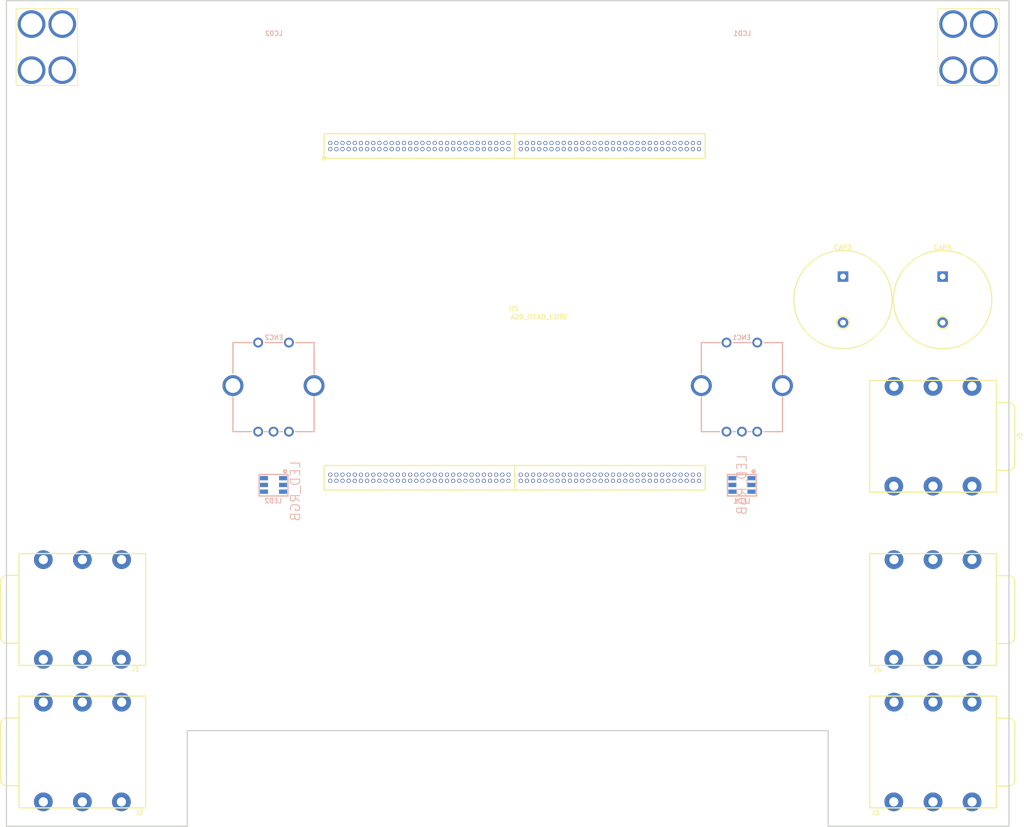
<source format=kicad_pcb>
(kicad_pcb (version 3) (host pcbnew "(2014-03-19 BZR 4756)-product")

  (general
    (links 56)
    (no_connects 56)
    (area 95.368199 50.699999 316.906601 259.1412)
    (thickness 1.6)
    (drawings 8)
    (tracks 0)
    (zones 0)
    (modules 16)
    (nets 75)
  )

  (page A3)
  (layers
    (15 F.Cu signal)
    (0 B.Cu signal)
    (16 B.Adhes user)
    (17 F.Adhes user)
    (18 B.Paste user)
    (19 F.Paste user)
    (20 B.SilkS user)
    (21 F.SilkS user)
    (22 B.Mask user)
    (23 F.Mask user)
    (24 Dwgs.User user)
    (25 Cmts.User user)
    (26 Eco1.User user)
    (27 Eco2.User user)
    (28 Edge.Cuts user)
  )

  (setup
    (last_trace_width 0.1016)
    (user_trace_width 0.1016)
    (user_trace_width 0.1524)
    (user_trace_width 0.254)
    (user_trace_width 0.3048)
    (user_trace_width 0.381)
    (user_trace_width 0.508)
    (user_trace_width 0.635)
    (user_trace_width 0.762)
    (user_trace_width 0.889)
    (user_trace_width 1.016)
    (user_trace_width 1.27)
    (user_trace_width 1.524)
    (trace_clearance 0.1016)
    (zone_clearance 0.4064)
    (zone_45_only no)
    (trace_min 0.1016)
    (segment_width 0.127)
    (edge_width 0.2)
    (via_size 0.889)
    (via_drill 0.635)
    (via_min_size 0.3048)
    (via_min_drill 0.2032)
    (user_via 0.3048 0.2032)
    (user_via 0.508 0.3048)
    (user_via 0.635 0.381)
    (user_via 1.016 0.381)
    (user_via 1.27 0.381)
    (uvia_size 0.508)
    (uvia_drill 0.127)
    (uvias_allowed no)
    (uvia_min_size 0.508)
    (uvia_min_drill 0.127)
    (pcb_text_width 0.3)
    (pcb_text_size 1.5 1.5)
    (mod_edge_width 0.2)
    (mod_text_size 0.762 0.762)
    (mod_text_width 0.1524)
    (pad_size 0.6096 0.6858)
    (pad_drill 0)
    (pad_to_mask_clearance 0)
    (aux_axis_origin 96.52 50.8)
    (visible_elements 7FFFF3FF)
    (pcbplotparams
      (layerselection 284950528)
      (usegerberextensions true)
      (excludeedgelayer true)
      (linewidth 0.150000)
      (plotframeref false)
      (viasonmask false)
      (mode 1)
      (useauxorigin true)
      (hpglpennumber 1)
      (hpglpenspeed 20)
      (hpglpendiameter 15)
      (hpglpenoverlay 2)
      (psnegative false)
      (psa4output false)
      (plotreference true)
      (plotvalue true)
      (plotothertext true)
      (plotinvisibletext false)
      (padsonsilk false)
      (subtractmaskfromsilk false)
      (outputformat 1)
      (mirror false)
      (drillshape 0)
      (scaleselection 1)
      (outputdirectory Gerber/Gerber/))
  )

  (net 0 "")
  (net 1 +3.3V)
  (net 2 +5V)
  (net 3 AGND)
  (net 4 AUDIO_CLK_EN)
  (net 5 CODEC_INT)
  (net 6 CODEC_MUTEC)
  (net 7 CODEC_OVFL)
  (net 8 CODEC_RST)
  (net 9 CODEC_SCL)
  (net 10 CODEC_SDA)
  (net 11 DTR1_HOST_FIRMWARE)
  (net 12 ENCA_A)
  (net 13 ENCA_B)
  (net 14 ENCA_BT)
  (net 15 ENCB_A)
  (net 16 ENCB_B)
  (net 17 ENCB_BT)
  (net 18 I2S_LRCK)
  (net 19 I2S_SCLK)
  (net 20 I2S_SDIN)
  (net 21 I2S_SDOUT)
  (net 22 IN_A)
  (net 23 IN_B)
  (net 24 N-00000130)
  (net 25 N-00000142)
  (net 26 N-00000300)
  (net 27 N-00000304)
  (net 28 N-00000305)
  (net 29 N-00000306)
  (net 30 N-00000308)
  (net 31 N-00000309)
  (net 32 N-00000310)
  (net 33 N-00000311)
  (net 34 N-00000312)
  (net 35 N-00000313)
  (net 36 N-00000314)
  (net 37 N-00000315)
  (net 38 N-00000316)
  (net 39 N-00000317)
  (net 40 N-00000319)
  (net 41 N-00000320)
  (net 42 N-00000321)
  (net 43 N-0000035)
  (net 44 N-0000036)
  (net 45 N-0000038)
  (net 46 N-0000040)
  (net 47 N-0000042)
  (net 48 N-0000044)
  (net 49 N-00000445)
  (net 50 N-00000446)
  (net 51 N-00000451)
  (net 52 N-00000452)
  (net 53 N-00000453)
  (net 54 N-0000046)
  (net 55 N-0000051)
  (net 56 RTS1_HOST_FIRMWARE)
  (net 57 RTS3_HOST_CHAIN)
  (net 58 RX0_HOST_CONSOLE)
  (net 59 RX1_HOST_FIRMWARE)
  (net 60 RX2_HOST_UI)
  (net 61 RX3_HOST_CHAIN)
  (net 62 RX4_HOST_MIDI)
  (net 63 TX0_HOST_CONSOLE)
  (net 64 TX1_HOST_FIRMWARE)
  (net 65 TX2_HOST_UI)
  (net 66 TX3_HOST_CHAIN)
  (net 67 TX4_HOST_MIDI)
  (net 68 USB0_DRV)
  (net 69 USB0_OTG_M)
  (net 70 USB0_OTG_P)
  (net 71 USB1_DRV)
  (net 72 USB1_HOST_M)
  (net 73 USB1_HOST_P)
  (net 74 VCC_AMP_AUDIO)

  (net_class Default "This is the default net class."
    (clearance 0.1016)
    (trace_width 0.1016)
    (via_dia 0.889)
    (via_drill 0.635)
    (uvia_dia 0.508)
    (uvia_drill 0.127)
    (add_net +3.3V)
    (add_net +5V)
    (add_net AGND)
    (add_net AUDIO_CLK_EN)
    (add_net CODEC_INT)
    (add_net CODEC_MUTEC)
    (add_net CODEC_OVFL)
    (add_net CODEC_RST)
    (add_net CODEC_SCL)
    (add_net CODEC_SDA)
    (add_net DTR1_HOST_FIRMWARE)
    (add_net ENCA_A)
    (add_net ENCA_B)
    (add_net ENCA_BT)
    (add_net ENCB_A)
    (add_net ENCB_B)
    (add_net ENCB_BT)
    (add_net I2S_LRCK)
    (add_net I2S_SCLK)
    (add_net I2S_SDIN)
    (add_net I2S_SDOUT)
    (add_net IN_A)
    (add_net IN_B)
    (add_net N-00000130)
    (add_net N-00000142)
    (add_net N-00000300)
    (add_net N-00000304)
    (add_net N-00000305)
    (add_net N-00000306)
    (add_net N-00000308)
    (add_net N-00000309)
    (add_net N-00000310)
    (add_net N-00000311)
    (add_net N-00000312)
    (add_net N-00000313)
    (add_net N-00000314)
    (add_net N-00000315)
    (add_net N-00000316)
    (add_net N-00000317)
    (add_net N-00000319)
    (add_net N-00000320)
    (add_net N-00000321)
    (add_net N-0000035)
    (add_net N-0000036)
    (add_net N-0000038)
    (add_net N-0000040)
    (add_net N-0000042)
    (add_net N-0000044)
    (add_net N-00000445)
    (add_net N-00000446)
    (add_net N-00000451)
    (add_net N-00000452)
    (add_net N-00000453)
    (add_net N-0000046)
    (add_net N-0000051)
    (add_net RTS1_HOST_FIRMWARE)
    (add_net RTS3_HOST_CHAIN)
    (add_net RX0_HOST_CONSOLE)
    (add_net RX1_HOST_FIRMWARE)
    (add_net RX2_HOST_UI)
    (add_net RX3_HOST_CHAIN)
    (add_net RX4_HOST_MIDI)
    (add_net TX0_HOST_CONSOLE)
    (add_net TX1_HOST_FIRMWARE)
    (add_net TX2_HOST_UI)
    (add_net TX3_HOST_CHAIN)
    (add_net TX4_HOST_MIDI)
    (add_net USB0_DRV)
    (add_net USB0_OTG_M)
    (add_net USB0_OTG_P)
    (add_net USB1_DRV)
    (add_net USB1_HOST_M)
    (add_net USB1_HOST_P)
    (add_net VCC_AMP_AUDIO)
  )

  (module LED_CLRTB_GFSF_1 locked (layer B.Cu) (tedit 5341F1B4) (tstamp 533E6E85)
    (at 216.17 129.64 90)
    (path /531F6D38/531F920E)
    (attr smd)
    (fp_text reference LED1 (at -2.63906 -0.01524 180) (layer B.SilkS)
      (effects (font (size 0.762 0.762) (thickness 0.1524)) (justify mirror))
    )
    (fp_text value LED_RGB (at 0 0 90) (layer B.SilkS)
      (effects (font (thickness 0.15)) (justify mirror))
    )
    (fp_line (start -1.8 -2.35) (end 1.7 -2.35) (layer B.SilkS) (width 0.2))
    (fp_line (start -1.8 2.35) (end -1.8 -2.35) (layer B.SilkS) (width 0.2))
    (fp_line (start -1.8 2.35) (end 1.7 2.35) (layer B.SilkS) (width 0.2))
    (fp_line (start 1.7 -2.35) (end 1.7 2.35) (layer B.SilkS) (width 0.2))
    (fp_arc (start 2.2 1.89) (end 2.42361 1.89) (angle 0) (layer B.SilkS) (width 0.254))
    (pad 1 smd rect (at 1.1 1.55 90) (size 0.7 1.3) (layers B.Cu B.Paste B.Mask)
      (net 54 N-0000046))
    (pad 2 smd rect (at 0 1.55 90) (size 0.7 1.3) (layers B.Cu B.Paste B.Mask)
      (net 47 N-0000042))
    (pad 3 smd rect (at -1.1 1.55 90) (size 0.7 1.3) (layers B.Cu B.Paste B.Mask)
      (net 48 N-0000044))
    (pad 4 smd rect (at -1.1 -1.55 90) (size 0.7 1.3) (layers B.Cu B.Paste B.Mask)
      (net 1 +3.3V))
    (pad 5 smd rect (at 0 -1.55 90) (size 0.7 1.3) (layers B.Cu B.Paste B.Mask)
      (net 1 +3.3V))
    (pad 6 smd rect (at 1.1 -1.55 90) (size 0.7 1.3) (layers B.Cu B.Paste B.Mask)
      (net 1 +3.3V))
  )

  (module LED_CLRTB_GFSF_1 locked (layer B.Cu) (tedit 5341F1BC) (tstamp 533E6E94)
    (at 139.97 129.64 90)
    (path /531F6D38/531F9C35)
    (attr smd)
    (fp_text reference LED2 (at -2.58826 -0.04572 180) (layer B.SilkS)
      (effects (font (size 0.762 0.762) (thickness 0.1524)) (justify mirror))
    )
    (fp_text value LED_RGB (at -1.016 3.556 90) (layer B.SilkS)
      (effects (font (thickness 0.15)) (justify mirror))
    )
    (fp_line (start -1.8 -2.35) (end 1.7 -2.35) (layer B.SilkS) (width 0.2))
    (fp_line (start -1.8 2.35) (end -1.8 -2.35) (layer B.SilkS) (width 0.2))
    (fp_line (start -1.8 2.35) (end 1.7 2.35) (layer B.SilkS) (width 0.2))
    (fp_line (start 1.7 -2.35) (end 1.7 2.35) (layer B.SilkS) (width 0.2))
    (fp_arc (start 2.2 1.89) (end 2.42361 1.89) (angle 0) (layer B.SilkS) (width 0.254))
    (pad 1 smd rect (at 1.1 1.55 90) (size 0.7 1.3) (layers B.Cu B.Paste B.Mask)
      (net 46 N-0000040))
    (pad 2 smd rect (at 0 1.55 90) (size 0.7 1.3) (layers B.Cu B.Paste B.Mask)
      (net 44 N-0000036))
    (pad 3 smd rect (at -1.1 1.55 90) (size 0.7 1.3) (layers B.Cu B.Paste B.Mask)
      (net 45 N-0000038))
    (pad 4 smd rect (at -1.1 -1.55 90) (size 0.7 1.3) (layers B.Cu B.Paste B.Mask)
      (net 1 +3.3V))
    (pad 5 smd rect (at 0 -1.55 90) (size 0.7 1.3) (layers B.Cu B.Paste B.Mask)
      (net 1 +3.3V))
    (pad 6 smd rect (at 1.1 -1.55 90) (size 0.7 1.3) (layers B.Cu B.Paste B.Mask)
      (net 1 +3.3V))
  )

  (module ENCODER_PEC11_4KS1 locked (layer B.Cu) (tedit 5340CB71) (tstamp 533E6FFA)
    (at 216.17 113.47 180)
    (path /531F6D38/531FA8FC)
    (attr smd)
    (fp_text reference ENC1 (at 0.0508 7.8242 180) (layer B.SilkS)
      (effects (font (size 0.762 0.762) (thickness 0.1524)) (justify mirror))
    )
    (fp_text value ENCODER (at -0.03 -9.05 180) (layer B.SilkS) hide
      (effects (font (size 0.762 0.762) (thickness 0.1524)) (justify mirror))
    )
    (fp_line (start 3.5 7) (end 6.6 7) (layer B.SilkS) (width 0.2))
    (fp_line (start 6.6 7) (end 6.6 2) (layer B.SilkS) (width 0.2))
    (fp_line (start -1.5 7) (end 1.4 7) (layer B.SilkS) (width 0.2))
    (fp_line (start -6.6 1.9) (end -6.6 7) (layer B.SilkS) (width 0.2))
    (fp_line (start -6.6 7) (end -3.6 7) (layer B.SilkS) (width 0.2))
    (fp_line (start 6.6 -1.9) (end 6.6 -7.5) (layer B.SilkS) (width 0.2))
    (fp_line (start 6.6 -7.5) (end 3.6 -7.5) (layer B.SilkS) (width 0.2))
    (fp_line (start -6.6 -1.9) (end -6.6 -7.5) (layer B.SilkS) (width 0.2))
    (fp_line (start -6.6 -7.5) (end -3.6 -7.5) (layer B.SilkS) (width 0.2))
    (fp_line (start -1 -7.5) (end -1.5 -7.5) (layer B.SilkS) (width 0.2))
    (fp_line (start 1.5 -7.5) (end 1 -7.5) (layer B.SilkS) (width 0.2))
    (pad 3 thru_hole circle (at 2.498 -7.496 180) (size 1.6 1.6) (drill 1) (layers *.Cu *.Mask)
      (net 13 ENCA_B))
    (pad 5 thru_hole circle (at 2.498 7.004 180) (size 1.6 1.6) (drill 1) (layers *.Cu *.Mask)
      (net 14 ENCA_BT))
    (pad 1 thru_hole circle (at -2.502 -7.496 180) (size 1.6 1.6) (drill 1) (layers *.Cu *.Mask)
      (net 12 ENCA_A))
    (pad 4 thru_hole circle (at -2.502 7.004 180) (size 1.6 1.6) (drill 1) (layers *.Cu *.Mask)
      (net 3 AGND))
    (pad 2 thru_hole circle (at -0.002 -7.496 180) (size 1.6 1.6) (drill 1) (layers *.Cu *.Mask)
      (net 55 N-0000051))
    (pad 7 thru_hole circle (at 6.6 0 180) (size 3.4 3.4) (drill 2.4) (layers *.Cu *.Mask))
    (pad 6 thru_hole circle (at -6.6 0 180) (size 3.4 3.4) (drill 2.4) (layers *.Cu *.Mask))
  )

  (module ENCODER_PEC11_4KS1 locked (layer B.Cu) (tedit 5340CB76) (tstamp 533E6FE4)
    (at 139.97 113.47 180)
    (path /531F6D38/531FC6F6)
    (attr smd)
    (fp_text reference ENC2 (at -0.0692 7.8242 180) (layer B.SilkS)
      (effects (font (size 0.762 0.762) (thickness 0.1524)) (justify mirror))
    )
    (fp_text value ENCODER (at -0.03 -9.05 180) (layer B.SilkS) hide
      (effects (font (size 0.762 0.762) (thickness 0.1524)) (justify mirror))
    )
    (fp_line (start 3.5 7) (end 6.6 7) (layer B.SilkS) (width 0.2))
    (fp_line (start 6.6 7) (end 6.6 2) (layer B.SilkS) (width 0.2))
    (fp_line (start -1.5 7) (end 1.4 7) (layer B.SilkS) (width 0.2))
    (fp_line (start -6.6 1.9) (end -6.6 7) (layer B.SilkS) (width 0.2))
    (fp_line (start -6.6 7) (end -3.6 7) (layer B.SilkS) (width 0.2))
    (fp_line (start 6.6 -1.9) (end 6.6 -7.5) (layer B.SilkS) (width 0.2))
    (fp_line (start 6.6 -7.5) (end 3.6 -7.5) (layer B.SilkS) (width 0.2))
    (fp_line (start -6.6 -1.9) (end -6.6 -7.5) (layer B.SilkS) (width 0.2))
    (fp_line (start -6.6 -7.5) (end -3.6 -7.5) (layer B.SilkS) (width 0.2))
    (fp_line (start -1 -7.5) (end -1.5 -7.5) (layer B.SilkS) (width 0.2))
    (fp_line (start 1.5 -7.5) (end 1 -7.5) (layer B.SilkS) (width 0.2))
    (pad 3 thru_hole circle (at 2.498 -7.496 180) (size 1.6 1.6) (drill 1) (layers *.Cu *.Mask)
      (net 16 ENCB_B))
    (pad 5 thru_hole circle (at 2.498 7.004 180) (size 1.6 1.6) (drill 1) (layers *.Cu *.Mask)
      (net 17 ENCB_BT))
    (pad 1 thru_hole circle (at -2.502 -7.496 180) (size 1.6 1.6) (drill 1) (layers *.Cu *.Mask)
      (net 15 ENCB_A))
    (pad 4 thru_hole circle (at -2.502 7.004 180) (size 1.6 1.6) (drill 1) (layers *.Cu *.Mask)
      (net 3 AGND))
    (pad 2 thru_hole circle (at -0.002 -7.496 180) (size 1.6 1.6) (drill 1) (layers *.Cu *.Mask)
      (net 43 N-0000035))
    (pad 7 thru_hole circle (at 6.6 0 180) (size 3.4 3.4) (drill 2.4) (layers *.Cu *.Mask))
    (pad 6 thru_hole circle (at -6.6 0 180) (size 3.4 3.4) (drill 2.4) (layers *.Cu *.Mask))
  )

  (module JACK-NMJ6HCD2_1 locked (layer F.Cu) (tedit 536D02D7) (tstamp 533E4162)
    (at 247.27 149.92 270)
    (path /532B4CF2/533E3C43)
    (attr smd)
    (fp_text reference J4 (at 9.86536 9.06018 360) (layer F.SilkS)
      (effects (font (size 0.762 0.762) (thickness 0.1524)))
    )
    (fp_text value JACK_P10_TRS_6P (at 0.13 11.01 270) (layer F.SilkS) hide
      (effects (font (size 0.762 0.762) (thickness 0.1524)))
    )
    (fp_line (start -4.49 -13.3) (end 4.52 -13.3) (layer F.SilkS) (width 0.2))
    (fp_arc (start -4.5 -12.3) (end -5.5 -12.3) (angle 90) (layer F.SilkS) (width 0.2))
    (fp_arc (start 4.55 -12.3) (end 4.53 -13.3) (angle 90) (layer F.SilkS) (width 0.2))
    (fp_line (start 5.55 -10.3) (end 5.55 -12.3) (layer F.SilkS) (width 0.2))
    (fp_line (start -5.5 -12.3) (end -5.5 -10.3) (layer F.SilkS) (width 0.2))
    (fp_line (start -9.1 10.3) (end -9.1 -10.3) (layer F.SilkS) (width 0.2))
    (fp_line (start -9.1 -10.3) (end 9.1 -10.3) (layer F.SilkS) (width 0.2))
    (fp_line (start 9.1 -10.3) (end 9.1 10.3) (layer F.SilkS) (width 0.2))
    (fp_line (start 9.1 10.3) (end -9.1 10.3) (layer F.SilkS) (width 0.2))
    (pad 4 thru_hole circle (at 8.1153 0 270) (size 3.048 3.048) (drill 1.4986) (layers *.Cu *.Mask))
    (pad 6 thru_hole circle (at 8.1153 -6.35 270) (size 3.048 3.048) (drill 1.4986) (layers *.Cu *.Mask))
    (pad 2 thru_hole circle (at 8.1153 6.3881 270) (size 3.048 3.048) (drill 1.4986) (layers *.Cu *.Mask))
    (pad 3 thru_hole circle (at -8.1153 0 270) (size 3.048 3.048) (drill 1.4986) (layers *.Cu *.Mask)
      (net 3 AGND))
    (pad 5 thru_hole circle (at -8.1153 -6.35 270) (size 3.048 3.048) (drill 1.4986) (layers *.Cu *.Mask)
      (net 3 AGND))
    (pad 1 thru_hole circle (at -8.1153 6.35 270) (size 3.048 3.048) (drill 1.4986) (layers *.Cu *.Mask)
      (net 52 N-00000452))
  )

  (module JACK-NMJ6HCD2_1 locked (layer F.Cu) (tedit 537AE016) (tstamp 533E6F54)
    (at 247.27 173.12 270)
    (path /532B4CF2/536BB8EB)
    (attr smd)
    (fp_text reference J3 (at 9.87552 9.40562 360) (layer F.SilkS)
      (effects (font (size 0.762 0.762) (thickness 0.1524)))
    )
    (fp_text value JACK_P10_TRS_6P (at 0.13 11.01 270) (layer F.SilkS) hide
      (effects (font (size 0.762 0.762) (thickness 0.1524)))
    )
    (fp_line (start -4.49 -13.3) (end 4.52 -13.3) (layer F.SilkS) (width 0.2))
    (fp_arc (start -4.5 -12.3) (end -5.5 -12.3) (angle 90) (layer F.SilkS) (width 0.2))
    (fp_arc (start 4.55 -12.3) (end 4.53 -13.3) (angle 90) (layer F.SilkS) (width 0.2))
    (fp_line (start 5.55 -10.3) (end 5.55 -12.3) (layer F.SilkS) (width 0.2))
    (fp_line (start -5.5 -12.3) (end -5.5 -10.3) (layer F.SilkS) (width 0.2))
    (fp_line (start -9.1 10.3) (end -9.1 -10.3) (layer F.SilkS) (width 0.2))
    (fp_line (start -9.1 -10.3) (end 9.1 -10.3) (layer F.SilkS) (width 0.2))
    (fp_line (start 9.1 -10.3) (end 9.1 10.3) (layer F.SilkS) (width 0.2))
    (fp_line (start 9.1 10.3) (end -9.1 10.3) (layer F.SilkS) (width 0.2))
    (pad 4 thru_hole circle (at 8.1153 0 270) (size 3.048 3.048) (drill 1.4986) (layers *.Cu *.Mask))
    (pad 6 thru_hole circle (at 8.1153 -6.35 270) (size 3.048 3.048) (drill 1.4986) (layers *.Cu *.Mask))
    (pad 2 thru_hole circle (at 8.1153 6.3881 270) (size 3.048 3.048) (drill 1.4986) (layers *.Cu *.Mask))
    (pad 3 thru_hole circle (at -8.1153 0 270) (size 3.048 3.048) (drill 1.4986) (layers *.Cu *.Mask)
      (net 49 N-00000445))
    (pad 5 thru_hole circle (at -8.1153 -6.35 270) (size 3.048 3.048) (drill 1.4986) (layers *.Cu *.Mask)
      (net 3 AGND))
    (pad 1 thru_hole circle (at -8.1153 6.35 270) (size 3.048 3.048) (drill 1.4986) (layers *.Cu *.Mask)
      (net 50 N-00000446))
  )

  (module JACK-NMJ6HCD2_1 locked (layer F.Cu) (tedit 534B244B) (tstamp 533E435B)
    (at 108.87 149.92 90)
    (path /5329FECC/533E52E6)
    (attr smd)
    (fp_text reference J1 (at -9.71042 8.65378 180) (layer F.SilkS)
      (effects (font (size 0.762 0.762) (thickness 0.1524)))
    )
    (fp_text value JACK_P10_TRS_6P (at 0.13 11.01 90) (layer F.SilkS) hide
      (effects (font (size 0.762 0.762) (thickness 0.1524)))
    )
    (fp_line (start -4.49 -13.3) (end 4.52 -13.3) (layer F.SilkS) (width 0.2))
    (fp_arc (start -4.5 -12.3) (end -5.5 -12.3) (angle 90) (layer F.SilkS) (width 0.2))
    (fp_arc (start 4.55 -12.3) (end 4.53 -13.3) (angle 90) (layer F.SilkS) (width 0.2))
    (fp_line (start 5.55 -10.3) (end 5.55 -12.3) (layer F.SilkS) (width 0.2))
    (fp_line (start -5.5 -12.3) (end -5.5 -10.3) (layer F.SilkS) (width 0.2))
    (fp_line (start -9.1 10.3) (end -9.1 -10.3) (layer F.SilkS) (width 0.2))
    (fp_line (start -9.1 -10.3) (end 9.1 -10.3) (layer F.SilkS) (width 0.2))
    (fp_line (start 9.1 -10.3) (end 9.1 10.3) (layer F.SilkS) (width 0.2))
    (fp_line (start 9.1 10.3) (end -9.1 10.3) (layer F.SilkS) (width 0.2))
    (pad 4 thru_hole circle (at 8.1153 0 90) (size 3.048 3.048) (drill 1.4986) (layers *.Cu *.Mask))
    (pad 6 thru_hole circle (at 8.1153 -6.35 90) (size 3.048 3.048) (drill 1.4986) (layers *.Cu *.Mask))
    (pad 2 thru_hole circle (at 8.1153 6.3881 90) (size 3.048 3.048) (drill 1.4986) (layers *.Cu *.Mask))
    (pad 3 thru_hole circle (at -8.1153 0 90) (size 3.048 3.048) (drill 1.4986) (layers *.Cu *.Mask)
      (net 3 AGND))
    (pad 5 thru_hole circle (at -8.1153 -6.35 90) (size 3.048 3.048) (drill 1.4986) (layers *.Cu *.Mask)
      (net 3 AGND))
    (pad 1 thru_hole circle (at -8.1153 6.35 90) (size 3.048 3.048) (drill 1.4986) (layers *.Cu *.Mask)
      (net 22 IN_A))
  )

  (module JACK-NMJ6HCD2_1 locked (layer F.Cu) (tedit 534AD473) (tstamp 533E436E)
    (at 108.87 173.12 90)
    (path /5329FECC/536AB844)
    (attr smd)
    (fp_text reference J2 (at -9.88822 9.23798 180) (layer F.SilkS)
      (effects (font (size 0.762 0.762) (thickness 0.1524)))
    )
    (fp_text value JACK_P10_TRS_6P (at 0.13 11.01 90) (layer F.SilkS) hide
      (effects (font (size 0.762 0.762) (thickness 0.1524)))
    )
    (fp_line (start -4.49 -13.3) (end 4.52 -13.3) (layer F.SilkS) (width 0.2))
    (fp_arc (start -4.5 -12.3) (end -5.5 -12.3) (angle 90) (layer F.SilkS) (width 0.2))
    (fp_arc (start 4.55 -12.3) (end 4.53 -13.3) (angle 90) (layer F.SilkS) (width 0.2))
    (fp_line (start 5.55 -10.3) (end 5.55 -12.3) (layer F.SilkS) (width 0.2))
    (fp_line (start -5.5 -12.3) (end -5.5 -10.3) (layer F.SilkS) (width 0.2))
    (fp_line (start -9.1 10.3) (end -9.1 -10.3) (layer F.SilkS) (width 0.2))
    (fp_line (start -9.1 -10.3) (end 9.1 -10.3) (layer F.SilkS) (width 0.2))
    (fp_line (start 9.1 -10.3) (end 9.1 10.3) (layer F.SilkS) (width 0.2))
    (fp_line (start 9.1 10.3) (end -9.1 10.3) (layer F.SilkS) (width 0.2))
    (pad 4 thru_hole circle (at 8.1153 0 90) (size 3.048 3.048) (drill 1.4986) (layers *.Cu *.Mask))
    (pad 6 thru_hole circle (at 8.1153 -6.35 90) (size 3.048 3.048) (drill 1.4986) (layers *.Cu *.Mask))
    (pad 2 thru_hole circle (at 8.1153 6.3881 90) (size 3.048 3.048) (drill 1.4986) (layers *.Cu *.Mask))
    (pad 3 thru_hole circle (at -8.1153 0 90) (size 3.048 3.048) (drill 1.4986) (layers *.Cu *.Mask)
      (net 3 AGND))
    (pad 5 thru_hole circle (at -8.1153 -6.35 90) (size 3.048 3.048) (drill 1.4986) (layers *.Cu *.Mask)
      (net 3 AGND))
    (pad 1 thru_hole circle (at -8.1153 6.35 90) (size 3.048 3.048) (drill 1.4986) (layers *.Cu *.Mask)
      (net 23 IN_B))
  )

  (module JACK-NMJ6HCD2_1 locked (layer F.Cu) (tedit 533E2BC8) (tstamp 53695467)
    (at 247.27 121.72 270)
    (path /532B4CF2/536BB8EB)
    (attr smd)
    (fp_text reference J5 (at 0.01 -14.1 270) (layer F.SilkS)
      (effects (font (size 0.762 0.762) (thickness 0.1524)))
    )
    (fp_text value JACK_P2_TRS_6P (at 0.13 11.01 270) (layer F.SilkS) hide
      (effects (font (size 0.762 0.762) (thickness 0.1524)))
    )
    (fp_line (start -4.49 -13.3) (end 4.52 -13.3) (layer F.SilkS) (width 0.2))
    (fp_arc (start -4.5 -12.3) (end -5.5 -12.3) (angle 90) (layer F.SilkS) (width 0.2))
    (fp_arc (start 4.55 -12.3) (end 4.53 -13.3) (angle 90) (layer F.SilkS) (width 0.2))
    (fp_line (start 5.55 -10.3) (end 5.55 -12.3) (layer F.SilkS) (width 0.2))
    (fp_line (start -5.5 -12.3) (end -5.5 -10.3) (layer F.SilkS) (width 0.2))
    (fp_line (start -9.1 10.3) (end -9.1 -10.3) (layer F.SilkS) (width 0.2))
    (fp_line (start -9.1 -10.3) (end 9.1 -10.3) (layer F.SilkS) (width 0.2))
    (fp_line (start 9.1 -10.3) (end 9.1 10.3) (layer F.SilkS) (width 0.2))
    (fp_line (start 9.1 10.3) (end -9.1 10.3) (layer F.SilkS) (width 0.2))
    (pad 4 thru_hole circle (at 8.1153 0 270) (size 3.048 3.048) (drill 1.4986) (layers *.Cu *.Mask))
    (pad 6 thru_hole circle (at 8.1153 -6.35 270) (size 3.048 3.048) (drill 1.4986) (layers *.Cu *.Mask))
    (pad 2 thru_hole circle (at 8.1153 6.3881 270) (size 3.048 3.048) (drill 1.4986) (layers *.Cu *.Mask))
    (pad 3 thru_hole circle (at -8.1153 0 270) (size 3.048 3.048) (drill 1.4986) (layers *.Cu *.Mask)
      (net 53 N-00000453))
    (pad 5 thru_hole circle (at -8.1153 -6.35 270) (size 3.048 3.048) (drill 1.4986) (layers *.Cu *.Mask)
      (net 3 AGND))
    (pad 1 thru_hole circle (at -8.1153 6.35 270) (size 3.048 3.048) (drill 1.4986) (layers *.Cu *.Mask)
      (net 51 N-00000451))
  )

  (module PCB_SUPORT locked (layer F.Cu) (tedit 53433C7A) (tstamp 537AF6FB)
    (at 103.1 58.37 90)
    (path /5321AB9D/537A7364)
    (fp_text reference CN1 (at -0.2 -5.7 90) (layer F.SilkS) hide
      (effects (font (size 0.762 0.762) (thickness 0.1524)))
    )
    (fp_text value PCB_SUPORT (at 0.15 5.7 90) (layer F.SilkS) hide
      (effects (font (size 0.762 0.762) (thickness 0.1524)))
    )
    (fp_line (start -6.25 -5) (end 6.25 -5) (layer F.SilkS) (width 0.15))
    (fp_line (start 6.25 -5) (end 6.25 5) (layer F.SilkS) (width 0.15))
    (fp_line (start 6.25 5) (end -6.25 5) (layer F.SilkS) (width 0.15))
    (fp_line (start -6.25 5) (end -6.25 -5) (layer F.SilkS) (width 0.15))
    (pad 1 thru_hole circle (at 3.75 2.5 270) (size 4.5 4.5) (drill 3.5) (layers *.Cu *.Mask))
    (pad 1 thru_hole circle (at -3.75 2.5 270) (size 4.5 4.5) (drill 3.5) (layers *.Cu *.Mask))
    (pad 1 thru_hole circle (at 3.75 -2.5 270) (size 4.5 4.5) (drill 3.5) (layers *.Cu *.Mask))
    (pad 1 thru_hole circle (at -3.75 -2.5 270) (size 4.5 4.5) (drill 3.5) (layers *.Cu *.Mask))
  )

  (module PCB_SUPORT locked (layer F.Cu) (tedit 53433C7A) (tstamp 537AF707)
    (at 253.04 58.37 90)
    (path /5321AB9D/537A7834)
    (fp_text reference CN2 (at -0.2 -5.7 90) (layer F.SilkS) hide
      (effects (font (size 0.762 0.762) (thickness 0.1524)))
    )
    (fp_text value PCT_SUPORT (at 0.15 5.7 90) (layer F.SilkS) hide
      (effects (font (size 0.762 0.762) (thickness 0.1524)))
    )
    (fp_line (start -6.25 -5) (end 6.25 -5) (layer F.SilkS) (width 0.15))
    (fp_line (start 6.25 -5) (end 6.25 5) (layer F.SilkS) (width 0.15))
    (fp_line (start 6.25 5) (end -6.25 5) (layer F.SilkS) (width 0.15))
    (fp_line (start -6.25 5) (end -6.25 -5) (layer F.SilkS) (width 0.15))
    (pad 1 thru_hole circle (at 3.75 2.5 270) (size 4.5 4.5) (drill 3.5) (layers *.Cu *.Mask))
    (pad 1 thru_hole circle (at -3.75 2.5 270) (size 4.5 4.5) (drill 3.5) (layers *.Cu *.Mask))
    (pad 1 thru_hole circle (at 3.75 -2.5 270) (size 4.5 4.5) (drill 3.5) (layers *.Cu *.Mask))
    (pad 1 thru_hole circle (at -3.75 -2.5 270) (size 4.5 4.5) (drill 3.5) (layers *.Cu *.Mask))
  )

  (module CAP_RAD_16MM (layer F.Cu) (tedit 534B1112) (tstamp 537B6F79)
    (at 232.62 99.47)
    (path /53225C2D/534B531E)
    (attr smd)
    (fp_text reference CAP3 (at 0 -8.5) (layer F.SilkS)
      (effects (font (size 0.762 0.762) (thickness 0.1524)))
    )
    (fp_text value 4700uF (at 0 0) (layer F.SilkS) hide
      (effects (font (size 0.762 0.762) (thickness 0.1524)))
    )
    (fp_circle (center 0 3.75) (end 1 3.5) (layer F.SilkS) (width 0.2))
    (fp_circle (center 0 0) (end 8 0) (layer F.SilkS) (width 0.2))
    (pad 1 thru_hole rect (at 0 -3.75 180) (size 1.7 1.7) (drill 0.95) (layers *.Cu *.Mask)
      (net 74 VCC_AMP_AUDIO))
    (pad 2 thru_hole circle (at 0 3.75 180) (size 1.7 1.7) (drill 0.95) (layers *.Cu *.Mask)
      (net 3 AGND))
  )

  (module CAP_RAD_16MM (layer F.Cu) (tedit 534B1112) (tstamp 537AF9E4)
    (at 248.83 99.47)
    (path /53225C2D/534B5306)
    (attr smd)
    (fp_text reference CAP4 (at 0 -8.5) (layer F.SilkS)
      (effects (font (size 0.762 0.762) (thickness 0.1524)))
    )
    (fp_text value 4700uF (at 0 0) (layer F.SilkS) hide
      (effects (font (size 0.762 0.762) (thickness 0.1524)))
    )
    (fp_circle (center 0 3.75) (end 1 3.5) (layer F.SilkS) (width 0.2))
    (fp_circle (center 0 0) (end 8 0) (layer F.SilkS) (width 0.2))
    (pad 1 thru_hole rect (at 0 -3.75 180) (size 1.7 1.7) (drill 0.95) (layers *.Cu *.Mask)
      (net 74 VCC_AMP_AUDIO))
    (pad 2 thru_hole circle (at 0 3.75 180) (size 1.7 1.7) (drill 0.95) (layers *.Cu *.Mask)
      (net 3 AGND))
  )

  (module A20_ITEAD locked (layer F.Cu) (tedit 53602921) (tstamp 537B7081)
    (at 179.197 101.473)
    (path /5321AB9D/53606EE1)
    (fp_text reference U5 (at -1.03 -0.13) (layer F.SilkS)
      (effects (font (size 0.762 0.762) (thickness 0.1524)) (justify left bottom))
    )
    (fp_text value A20_ITEAD_CORE (at -0.75 1.27) (layer F.SilkS)
      (effects (font (size 0.762 0.762) (thickness 0.15494)) (justify left bottom))
    )
    (fp_circle (center -31 -25) (end -30.77 -25.09) (layer F.SilkS) (width 0.3))
    (fp_line (start -31.36 -29) (end -31.36 29) (layer Dwgs.User) (width 0.2))
    (fp_line (start -31.36 29) (end 31.36 29) (layer Dwgs.User) (width 0.2))
    (fp_line (start 31.36 29) (end 31.36 -29) (layer Dwgs.User) (width 0.2))
    (fp_line (start 31.36 -29) (end -31.36 -29) (layer Dwgs.User) (width 0.2))
    (fp_line (start -31 -29) (end 0 -29) (layer F.SilkS) (width 0.2))
    (fp_line (start 0 -29) (end 0 -25) (layer F.SilkS) (width 0.2))
    (fp_line (start 0 -25) (end -31 -25) (layer F.SilkS) (width 0.2))
    (fp_line (start -31 -25) (end -31 -29) (layer F.SilkS) (width 0.2))
    (fp_line (start 0 -29) (end 31 -29) (layer F.SilkS) (width 0.2))
    (fp_line (start 31 -29) (end 31 -25) (layer F.SilkS) (width 0.2))
    (fp_line (start 31 -25) (end 0 -25) (layer F.SilkS) (width 0.2))
    (fp_line (start 0 25) (end 31 25) (layer F.SilkS) (width 0.2))
    (fp_line (start 31 25) (end 31 29) (layer F.SilkS) (width 0.2))
    (fp_line (start 31 29) (end 0 29) (layer F.SilkS) (width 0.2))
    (fp_line (start 0 29) (end -31 29) (layer F.SilkS) (width 0.2))
    (fp_line (start -31 29) (end -31 25) (layer F.SilkS) (width 0.2))
    (fp_line (start -31 25) (end 0 25) (layer F.SilkS) (width 0.2))
    (fp_line (start 0 25) (end 0 29) (layer F.SilkS) (width 0.2))
    (pad 1 thru_hole circle (at -30 -26.5 270) (size 0.6604 0.6604) (drill 0.4572) (layers *.Cu *.Mask))
    (pad 2 thru_hole circle (at -30 -27.5 90) (size 0.6604 0.6604) (drill 0.4572) (layers *.Cu *.Mask))
    (pad 3 thru_hole circle (at -29 -26.5 270) (size 0.6604 0.6604) (drill 0.4572) (layers *.Cu *.Mask))
    (pad 4 thru_hole circle (at -29 -27.5 90) (size 0.6604 0.6604) (drill 0.4572) (layers *.Cu *.Mask))
    (pad 5 thru_hole circle (at -28 -26.5 270) (size 0.6604 0.6604) (drill 0.4572) (layers *.Cu *.Mask))
    (pad 6 thru_hole circle (at -28 -27.5 90) (size 0.6604 0.6604) (drill 0.4572) (layers *.Cu *.Mask)
      (net 3 AGND))
    (pad 7 thru_hole circle (at -27 -26.5 270) (size 0.6604 0.6604) (drill 0.4572) (layers *.Cu *.Mask))
    (pad 8 thru_hole circle (at -27 -27.5 90) (size 0.6604 0.6604) (drill 0.4572) (layers *.Cu *.Mask))
    (pad 9 thru_hole circle (at -26 -26.5 270) (size 0.6604 0.6604) (drill 0.4572) (layers *.Cu *.Mask))
    (pad 10 thru_hole circle (at -26 -27.5 90) (size 0.6604 0.6604) (drill 0.4572) (layers *.Cu *.Mask))
    (pad 11 thru_hole circle (at -25 -26.5 270) (size 0.6604 0.6604) (drill 0.4572) (layers *.Cu *.Mask))
    (pad 12 thru_hole circle (at -25 -27.5 90) (size 0.6604 0.6604) (drill 0.4572) (layers *.Cu *.Mask)
      (net 3 AGND))
    (pad 13 thru_hole circle (at -24 -26.5 270) (size 0.6604 0.6604) (drill 0.4572) (layers *.Cu *.Mask))
    (pad 14 thru_hole circle (at -24 -27.5 90) (size 0.6604 0.6604) (drill 0.4572) (layers *.Cu *.Mask))
    (pad 15 thru_hole circle (at -23 -26.5 270) (size 0.6604 0.6604) (drill 0.4572) (layers *.Cu *.Mask))
    (pad 16 thru_hole circle (at -23 -27.5 90) (size 0.6604 0.6604) (drill 0.4572) (layers *.Cu *.Mask))
    (pad 17 thru_hole circle (at -22 -26.5 270) (size 0.6604 0.6604) (drill 0.4572) (layers *.Cu *.Mask))
    (pad 18 thru_hole circle (at -22 -27.5 90) (size 0.6604 0.6604) (drill 0.4572) (layers *.Cu *.Mask))
    (pad 19 thru_hole circle (at -21 -26.5 270) (size 0.6604 0.6604) (drill 0.4572) (layers *.Cu *.Mask)
      (net 3 AGND))
    (pad 20 thru_hole circle (at -21 -27.5 90) (size 0.6604 0.6604) (drill 0.4572) (layers *.Cu *.Mask))
    (pad 21 thru_hole circle (at -20 -26.5 270) (size 0.6604 0.6604) (drill 0.4572) (layers *.Cu *.Mask))
    (pad 22 thru_hole circle (at -20 -27.5 90) (size 0.6604 0.6604) (drill 0.4572) (layers *.Cu *.Mask))
    (pad 23 thru_hole circle (at -19 -26.5 270) (size 0.6604 0.6604) (drill 0.4572) (layers *.Cu *.Mask))
    (pad 24 thru_hole circle (at -19 -27.5 90) (size 0.6604 0.6604) (drill 0.4572) (layers *.Cu *.Mask))
    (pad 25 thru_hole circle (at -18 -26.5 270) (size 0.6604 0.6604) (drill 0.4572) (layers *.Cu *.Mask))
    (pad 26 thru_hole circle (at -18 -27.5 90) (size 0.6604 0.6604) (drill 0.4572) (layers *.Cu *.Mask)
      (net 3 AGND))
    (pad 27 thru_hole circle (at -17 -26.5 270) (size 0.6604 0.6604) (drill 0.4572) (layers *.Cu *.Mask))
    (pad 28 thru_hole circle (at -17 -27.5 90) (size 0.6604 0.6604) (drill 0.4572) (layers *.Cu *.Mask))
    (pad 29 thru_hole circle (at -16 -26.5 270) (size 0.6604 0.6604) (drill 0.4572) (layers *.Cu *.Mask))
    (pad 30 thru_hole circle (at -16 -27.5 90) (size 0.6604 0.6604) (drill 0.4572) (layers *.Cu *.Mask))
    (pad 31 thru_hole circle (at -15 -26.5 270) (size 0.6604 0.6604) (drill 0.4572) (layers *.Cu *.Mask))
    (pad 32 thru_hole circle (at -15 -27.5 90) (size 0.6604 0.6604) (drill 0.4572) (layers *.Cu *.Mask))
    (pad 33 thru_hole circle (at -14 -26.5 270) (size 0.6604 0.6604) (drill 0.4572) (layers *.Cu *.Mask))
    (pad 34 thru_hole circle (at -14 -27.5 90) (size 0.6604 0.6604) (drill 0.4572) (layers *.Cu *.Mask))
    (pad 35 thru_hole circle (at -13 -26.5 270) (size 0.6604 0.6604) (drill 0.4572) (layers *.Cu *.Mask))
    (pad 36 thru_hole circle (at -13 -27.5 90) (size 0.6604 0.6604) (drill 0.4572) (layers *.Cu *.Mask)
      (net 3 AGND))
    (pad 37 thru_hole circle (at -12 -26.5 270) (size 0.6604 0.6604) (drill 0.4572) (layers *.Cu *.Mask))
    (pad 38 thru_hole circle (at -12 -27.5 90) (size 0.6604 0.6604) (drill 0.4572) (layers *.Cu *.Mask))
    (pad 39 thru_hole circle (at -11 -26.5 270) (size 0.6604 0.6604) (drill 0.4572) (layers *.Cu *.Mask)
      (net 3 AGND))
    (pad 40 thru_hole circle (at -11 -27.5 90) (size 0.6604 0.6604) (drill 0.4572) (layers *.Cu *.Mask)
      (net 41 N-00000320))
    (pad 41 thru_hole circle (at -10 -26.5 270) (size 0.6604 0.6604) (drill 0.4572) (layers *.Cu *.Mask))
    (pad 42 thru_hole circle (at -10 -27.5 90) (size 0.6604 0.6604) (drill 0.4572) (layers *.Cu *.Mask)
      (net 42 N-00000321))
    (pad 43 thru_hole circle (at -9 -26.5 270) (size 0.6604 0.6604) (drill 0.4572) (layers *.Cu *.Mask))
    (pad 44 thru_hole circle (at -9 -27.5 90) (size 0.6604 0.6604) (drill 0.4572) (layers *.Cu *.Mask)
      (net 35 N-00000313))
    (pad 45 thru_hole circle (at -8 -26.5 270) (size 0.6604 0.6604) (drill 0.4572) (layers *.Cu *.Mask))
    (pad 46 thru_hole circle (at -8 -27.5 90) (size 0.6604 0.6604) (drill 0.4572) (layers *.Cu *.Mask)
      (net 36 N-00000314))
    (pad 47 thru_hole circle (at -7 -26.5 270) (size 0.6604 0.6604) (drill 0.4572) (layers *.Cu *.Mask))
    (pad 48 thru_hole circle (at -7 -27.5 90) (size 0.6604 0.6604) (drill 0.4572) (layers *.Cu *.Mask)
      (net 26 N-00000300))
    (pad 49 thru_hole circle (at -6 -26.5 270) (size 0.6604 0.6604) (drill 0.4572) (layers *.Cu *.Mask)
      (net 3 AGND))
    (pad 50 thru_hole circle (at -6 -27.5 90) (size 0.6604 0.6604) (drill 0.4572) (layers *.Cu *.Mask)
      (net 6 CODEC_MUTEC))
    (pad 51 thru_hole circle (at -5 -26.5 270) (size 0.6604 0.6604) (drill 0.4572) (layers *.Cu *.Mask))
    (pad 52 thru_hole circle (at -5 -27.5 90) (size 0.6604 0.6604) (drill 0.4572) (layers *.Cu *.Mask)
      (net 3 AGND))
    (pad 53 thru_hole circle (at -4 -26.5 270) (size 0.6604 0.6604) (drill 0.4572) (layers *.Cu *.Mask))
    (pad 54 thru_hole circle (at -4 -27.5 90) (size 0.6604 0.6604) (drill 0.4572) (layers *.Cu *.Mask)
      (net 5 CODEC_INT))
    (pad 55 thru_hole circle (at -3 -26.5 270) (size 0.6604 0.6604) (drill 0.4572) (layers *.Cu *.Mask))
    (pad 56 thru_hole circle (at -3 -27.5 90) (size 0.6604 0.6604) (drill 0.4572) (layers *.Cu *.Mask)
      (net 7 CODEC_OVFL))
    (pad 57 thru_hole circle (at -2 -26.5 270) (size 0.6604 0.6604) (drill 0.4572) (layers *.Cu *.Mask))
    (pad 58 thru_hole circle (at -2 -27.5 90) (size 0.6604 0.6604) (drill 0.4572) (layers *.Cu *.Mask)
      (net 8 CODEC_RST))
    (pad 59 thru_hole circle (at -1 -26.5 270) (size 0.6604 0.6604) (drill 0.4572) (layers *.Cu *.Mask)
      (net 3 AGND))
    (pad 60 thru_hole circle (at -1 -27.5 90) (size 0.6604 0.6604) (drill 0.4572) (layers *.Cu *.Mask)
      (net 4 AUDIO_CLK_EN))
    (pad 61 thru_hole circle (at 1 -26.5 270) (size 0.6604 0.6604) (drill 0.4572) (layers *.Cu *.Mask))
    (pad 62 thru_hole circle (at 1 -27.5 90) (size 0.6604 0.6604) (drill 0.4572) (layers *.Cu *.Mask))
    (pad 63 thru_hole circle (at 2 -26.5 270) (size 0.6604 0.6604) (drill 0.4572) (layers *.Cu *.Mask))
    (pad 64 thru_hole circle (at 2 -27.5 90) (size 0.6604 0.6604) (drill 0.4572) (layers *.Cu *.Mask)
      (net 3 AGND))
    (pad 65 thru_hole circle (at 3 -26.5 270) (size 0.6604 0.6604) (drill 0.4572) (layers *.Cu *.Mask))
    (pad 66 thru_hole circle (at 3 -27.5 90) (size 0.6604 0.6604) (drill 0.4572) (layers *.Cu *.Mask))
    (pad 67 thru_hole circle (at 4 -26.5 270) (size 0.6604 0.6604) (drill 0.4572) (layers *.Cu *.Mask))
    (pad 68 thru_hole circle (at 4 -27.5 90) (size 0.6604 0.6604) (drill 0.4572) (layers *.Cu *.Mask))
    (pad 69 thru_hole circle (at 5 -26.5 270) (size 0.6604 0.6604) (drill 0.4572) (layers *.Cu *.Mask))
    (pad 70 thru_hole circle (at 5 -27.5 90) (size 0.6604 0.6604) (drill 0.4572) (layers *.Cu *.Mask))
    (pad 71 thru_hole circle (at 6 -26.5 270) (size 0.6604 0.6604) (drill 0.4572) (layers *.Cu *.Mask))
    (pad 72 thru_hole circle (at 6 -27.5 90) (size 0.6604 0.6604) (drill 0.4572) (layers *.Cu *.Mask))
    (pad 73 thru_hole circle (at 7 -26.5 270) (size 0.6604 0.6604) (drill 0.4572) (layers *.Cu *.Mask)
      (net 3 AGND))
    (pad 74 thru_hole circle (at 7 -27.5 90) (size 0.6604 0.6604) (drill 0.4572) (layers *.Cu *.Mask)
      (net 29 N-00000306))
    (pad 75 thru_hole circle (at 8 -26.5 270) (size 0.6604 0.6604) (drill 0.4572) (layers *.Cu *.Mask))
    (pad 76 thru_hole circle (at 8 -27.5 90) (size 0.6604 0.6604) (drill 0.4572) (layers *.Cu *.Mask)
      (net 28 N-00000305))
    (pad 77 thru_hole circle (at 9 -26.5 270) (size 0.6604 0.6604) (drill 0.4572) (layers *.Cu *.Mask))
    (pad 78 thru_hole circle (at 9 -27.5 90) (size 0.6604 0.6604) (drill 0.4572) (layers *.Cu *.Mask)
      (net 38 N-00000316))
    (pad 79 thru_hole circle (at 10 -26.5 270) (size 0.6604 0.6604) (drill 0.4572) (layers *.Cu *.Mask))
    (pad 80 thru_hole circle (at 10 -27.5 90) (size 0.6604 0.6604) (drill 0.4572) (layers *.Cu *.Mask)
      (net 39 N-00000317))
    (pad 81 thru_hole circle (at 11 -26.5 270) (size 0.6604 0.6604) (drill 0.4572) (layers *.Cu *.Mask))
    (pad 82 thru_hole circle (at 11 -27.5 90) (size 0.6604 0.6604) (drill 0.4572) (layers *.Cu *.Mask)
      (net 3 AGND))
    (pad 83 thru_hole circle (at 12 -26.5 270) (size 0.6604 0.6604) (drill 0.4572) (layers *.Cu *.Mask))
    (pad 84 thru_hole circle (at 12 -27.5 90) (size 0.6604 0.6604) (drill 0.4572) (layers *.Cu *.Mask)
      (net 25 N-00000142))
    (pad 85 thru_hole circle (at 13 -26.5 270) (size 0.6604 0.6604) (drill 0.4572) (layers *.Cu *.Mask))
    (pad 86 thru_hole circle (at 13 -27.5 90) (size 0.6604 0.6604) (drill 0.4572) (layers *.Cu *.Mask)
      (net 27 N-00000304))
    (pad 87 thru_hole circle (at 14 -26.5 270) (size 0.6604 0.6604) (drill 0.4572) (layers *.Cu *.Mask))
    (pad 88 thru_hole circle (at 14 -27.5 90) (size 0.6604 0.6604) (drill 0.4572) (layers *.Cu *.Mask)
      (net 32 N-00000310))
    (pad 89 thru_hole circle (at 15 -26.5 270) (size 0.6604 0.6604) (drill 0.4572) (layers *.Cu *.Mask))
    (pad 90 thru_hole circle (at 15 -27.5 90) (size 0.6604 0.6604) (drill 0.4572) (layers *.Cu *.Mask)
      (net 37 N-00000315))
    (pad 91 thru_hole circle (at 16 -26.5 270) (size 0.6604 0.6604) (drill 0.4572) (layers *.Cu *.Mask))
    (pad 92 thru_hole circle (at 16 -27.5 90) (size 0.6604 0.6604) (drill 0.4572) (layers *.Cu *.Mask)
      (net 3 AGND))
    (pad 93 thru_hole circle (at 17 -26.5 270) (size 0.6604 0.6604) (drill 0.4572) (layers *.Cu *.Mask)
      (net 3 AGND))
    (pad 94 thru_hole circle (at 17 -27.5 90) (size 0.6604 0.6604) (drill 0.4572) (layers *.Cu *.Mask)
      (net 9 CODEC_SCL))
    (pad 95 thru_hole circle (at 18 -26.5 270) (size 0.6604 0.6604) (drill 0.4572) (layers *.Cu *.Mask)
      (net 58 RX0_HOST_CONSOLE))
    (pad 96 thru_hole circle (at 18 -27.5 90) (size 0.6604 0.6604) (drill 0.4572) (layers *.Cu *.Mask)
      (net 10 CODEC_SDA))
    (pad 97 thru_hole circle (at 19 -26.5 270) (size 0.6604 0.6604) (drill 0.4572) (layers *.Cu *.Mask)
      (net 63 TX0_HOST_CONSOLE))
    (pad 98 thru_hole circle (at 19 -27.5 90) (size 0.6604 0.6604) (drill 0.4572) (layers *.Cu *.Mask))
    (pad 99 thru_hole circle (at 20 -26.5 270) (size 0.6604 0.6604) (drill 0.4572) (layers *.Cu *.Mask))
    (pad 100 thru_hole circle (at 20 -27.5 90) (size 0.6604 0.6604) (drill 0.4572) (layers *.Cu *.Mask))
    (pad 101 thru_hole circle (at 21 -26.5 270) (size 0.6604 0.6604) (drill 0.4572) (layers *.Cu *.Mask))
    (pad 102 thru_hole circle (at 21 -27.5 90) (size 0.6604 0.6604) (drill 0.4572) (layers *.Cu *.Mask)
      (net 3 AGND))
    (pad 103 thru_hole circle (at 22 -26.5 270) (size 0.6604 0.6604) (drill 0.4572) (layers *.Cu *.Mask)
      (net 64 TX1_HOST_FIRMWARE))
    (pad 104 thru_hole circle (at 22 -27.5 90) (size 0.6604 0.6604) (drill 0.4572) (layers *.Cu *.Mask)
      (net 3 AGND))
    (pad 105 thru_hole circle (at 23 -26.5 270) (size 0.6604 0.6604) (drill 0.4572) (layers *.Cu *.Mask)
      (net 56 RTS1_HOST_FIRMWARE))
    (pad 106 thru_hole circle (at 23 -27.5 90) (size 0.6604 0.6604) (drill 0.4572) (layers *.Cu *.Mask)
      (net 65 TX2_HOST_UI))
    (pad 107 thru_hole circle (at 24 -26.5 270) (size 0.6604 0.6604) (drill 0.4572) (layers *.Cu *.Mask))
    (pad 108 thru_hole circle (at 24 -27.5 90) (size 0.6604 0.6604) (drill 0.4572) (layers *.Cu *.Mask)
      (net 60 RX2_HOST_UI))
    (pad 109 thru_hole circle (at 25 -26.5 270) (size 0.6604 0.6604) (drill 0.4572) (layers *.Cu *.Mask))
    (pad 110 thru_hole circle (at 25 -27.5 90) (size 0.6604 0.6604) (drill 0.4572) (layers *.Cu *.Mask))
    (pad 111 thru_hole circle (at 26 -26.5 270) (size 0.6604 0.6604) (drill 0.4572) (layers *.Cu *.Mask)
      (net 11 DTR1_HOST_FIRMWARE))
    (pad 112 thru_hole circle (at 26 -27.5 90) (size 0.6604 0.6604) (drill 0.4572) (layers *.Cu *.Mask))
    (pad 113 thru_hole circle (at 27 -26.5 270) (size 0.6604 0.6604) (drill 0.4572) (layers *.Cu *.Mask))
    (pad 114 thru_hole circle (at 27 -27.5 90) (size 0.6604 0.6604) (drill 0.4572) (layers *.Cu *.Mask))
    (pad 115 thru_hole circle (at 28 -26.5 270) (size 0.6604 0.6604) (drill 0.4572) (layers *.Cu *.Mask)
      (net 59 RX1_HOST_FIRMWARE))
    (pad 116 thru_hole circle (at 28 -27.5 90) (size 0.6604 0.6604) (drill 0.4572) (layers *.Cu *.Mask))
    (pad 117 thru_hole circle (at 29 -26.5 270) (size 0.6604 0.6604) (drill 0.4572) (layers *.Cu *.Mask))
    (pad 118 thru_hole circle (at 29 -27.5 90) (size 0.6604 0.6604) (drill 0.4572) (layers *.Cu *.Mask)
      (net 3 AGND))
    (pad 119 thru_hole circle (at 30 -26.5 270) (size 0.6604 0.6604) (drill 0.4572) (layers *.Cu *.Mask))
    (pad 120 thru_hole circle (at 30 -27.5 90) (size 0.6604 0.6604) (drill 0.4572) (layers *.Cu *.Mask))
    (pad 121 thru_hole circle (at -30 27.5 270) (size 0.6604 0.6604) (drill 0.4572) (layers *.Cu *.Mask))
    (pad 122 thru_hole circle (at -30 26.5 90) (size 0.6604 0.6604) (drill 0.4572) (layers *.Cu *.Mask))
    (pad 123 thru_hole circle (at -29 27.5 270) (size 0.6604 0.6604) (drill 0.4572) (layers *.Cu *.Mask))
    (pad 124 thru_hole circle (at -29 26.5 90) (size 0.6604 0.6604) (drill 0.4572) (layers *.Cu *.Mask))
    (pad 125 thru_hole circle (at -28 27.5 270) (size 0.6604 0.6604) (drill 0.4572) (layers *.Cu *.Mask))
    (pad 126 thru_hole circle (at -28 26.5 90) (size 0.6604 0.6604) (drill 0.4572) (layers *.Cu *.Mask))
    (pad 127 thru_hole circle (at -27 27.5 270) (size 0.6604 0.6604) (drill 0.4572) (layers *.Cu *.Mask))
    (pad 128 thru_hole circle (at -27 26.5 90) (size 0.6604 0.6604) (drill 0.4572) (layers *.Cu *.Mask)
      (net 3 AGND))
    (pad 129 thru_hole circle (at -26 27.5 270) (size 0.6604 0.6604) (drill 0.4572) (layers *.Cu *.Mask))
    (pad 130 thru_hole circle (at -26 26.5 90) (size 0.6604 0.6604) (drill 0.4572) (layers *.Cu *.Mask))
    (pad 131 thru_hole circle (at -25 27.5 270) (size 0.6604 0.6604) (drill 0.4572) (layers *.Cu *.Mask)
      (net 3 AGND))
    (pad 132 thru_hole circle (at -25 26.5 90) (size 0.6604 0.6604) (drill 0.4572) (layers *.Cu *.Mask))
    (pad 133 thru_hole circle (at -24 27.5 270) (size 0.6604 0.6604) (drill 0.4572) (layers *.Cu *.Mask))
    (pad 134 thru_hole circle (at -24 26.5 90) (size 0.6604 0.6604) (drill 0.4572) (layers *.Cu *.Mask))
    (pad 135 thru_hole circle (at -23 27.5 270) (size 0.6604 0.6604) (drill 0.4572) (layers *.Cu *.Mask))
    (pad 136 thru_hole circle (at -23 26.5 90) (size 0.6604 0.6604) (drill 0.4572) (layers *.Cu *.Mask))
    (pad 137 thru_hole circle (at -22 27.5 270) (size 0.6604 0.6604) (drill 0.4572) (layers *.Cu *.Mask))
    (pad 138 thru_hole circle (at -22 26.5 90) (size 0.6604 0.6604) (drill 0.4572) (layers *.Cu *.Mask))
    (pad 139 thru_hole circle (at -21 27.5 270) (size 0.6604 0.6604) (drill 0.4572) (layers *.Cu *.Mask))
    (pad 140 thru_hole circle (at -21 26.5 90) (size 0.6604 0.6604) (drill 0.4572) (layers *.Cu *.Mask))
    (pad 141 thru_hole circle (at -20 27.5 270) (size 0.6604 0.6604) (drill 0.4572) (layers *.Cu *.Mask))
    (pad 142 thru_hole circle (at -20 26.5 90) (size 0.6604 0.6604) (drill 0.4572) (layers *.Cu *.Mask))
    (pad 143 thru_hole circle (at -19 27.5 270) (size 0.6604 0.6604) (drill 0.4572) (layers *.Cu *.Mask))
    (pad 144 thru_hole circle (at -19 26.5 90) (size 0.6604 0.6604) (drill 0.4572) (layers *.Cu *.Mask))
    (pad 145 thru_hole circle (at -18 27.5 270) (size 0.6604 0.6604) (drill 0.4572) (layers *.Cu *.Mask))
    (pad 146 thru_hole circle (at -18 26.5 90) (size 0.6604 0.6604) (drill 0.4572) (layers *.Cu *.Mask))
    (pad 147 thru_hole circle (at -17 27.5 270) (size 0.6604 0.6604) (drill 0.4572) (layers *.Cu *.Mask))
    (pad 148 thru_hole circle (at -17 26.5 90) (size 0.6604 0.6604) (drill 0.4572) (layers *.Cu *.Mask))
    (pad 149 thru_hole circle (at -16 27.5 270) (size 0.6604 0.6604) (drill 0.4572) (layers *.Cu *.Mask))
    (pad 150 thru_hole circle (at -16 26.5 90) (size 0.6604 0.6604) (drill 0.4572) (layers *.Cu *.Mask))
    (pad 151 thru_hole circle (at -15 27.5 270) (size 0.6604 0.6604) (drill 0.4572) (layers *.Cu *.Mask)
      (net 66 TX3_HOST_CHAIN))
    (pad 152 thru_hole circle (at -15 26.5 90) (size 0.6604 0.6604) (drill 0.4572) (layers *.Cu *.Mask))
    (pad 153 thru_hole circle (at -14 27.5 270) (size 0.6604 0.6604) (drill 0.4572) (layers *.Cu *.Mask))
    (pad 154 thru_hole circle (at -14 26.5 90) (size 0.6604 0.6604) (drill 0.4572) (layers *.Cu *.Mask))
    (pad 155 thru_hole circle (at -13 27.5 270) (size 0.6604 0.6604) (drill 0.4572) (layers *.Cu *.Mask))
    (pad 156 thru_hole circle (at -13 26.5 90) (size 0.6604 0.6604) (drill 0.4572) (layers *.Cu *.Mask))
    (pad 157 thru_hole circle (at -12 27.5 270) (size 0.6604 0.6604) (drill 0.4572) (layers *.Cu *.Mask))
    (pad 158 thru_hole circle (at -12 26.5 90) (size 0.6604 0.6604) (drill 0.4572) (layers *.Cu *.Mask)
      (net 61 RX3_HOST_CHAIN))
    (pad 159 thru_hole circle (at -11 27.5 270) (size 0.6604 0.6604) (drill 0.4572) (layers *.Cu *.Mask))
    (pad 160 thru_hole circle (at -11 26.5 90) (size 0.6604 0.6604) (drill 0.4572) (layers *.Cu *.Mask)
      (net 57 RTS3_HOST_CHAIN))
    (pad 161 thru_hole circle (at -10 27.5 270) (size 0.6604 0.6604) (drill 0.4572) (layers *.Cu *.Mask)
      (net 67 TX4_HOST_MIDI))
    (pad 162 thru_hole circle (at -10 26.5 90) (size 0.6604 0.6604) (drill 0.4572) (layers *.Cu *.Mask)
      (net 62 RX4_HOST_MIDI))
    (pad 163 thru_hole circle (at -9 27.5 270) (size 0.6604 0.6604) (drill 0.4572) (layers *.Cu *.Mask))
    (pad 164 thru_hole circle (at -9 26.5 90) (size 0.6604 0.6604) (drill 0.4572) (layers *.Cu *.Mask))
    (pad 165 thru_hole circle (at -8 27.5 270) (size 0.6604 0.6604) (drill 0.4572) (layers *.Cu *.Mask)
      (net 73 USB1_HOST_P))
    (pad 166 thru_hole circle (at -8 26.5 90) (size 0.6604 0.6604) (drill 0.4572) (layers *.Cu *.Mask)
      (net 72 USB1_HOST_M))
    (pad 167 thru_hole circle (at -7 27.5 270) (size 0.6604 0.6604) (drill 0.4572) (layers *.Cu *.Mask)
      (net 70 USB0_OTG_P))
    (pad 168 thru_hole circle (at -7 26.5 90) (size 0.6604 0.6604) (drill 0.4572) (layers *.Cu *.Mask)
      (net 69 USB0_OTG_M))
    (pad 169 thru_hole circle (at -6 27.5 270) (size 0.6604 0.6604) (drill 0.4572) (layers *.Cu *.Mask)
      (net 3 AGND))
    (pad 170 thru_hole circle (at -6 26.5 90) (size 0.6604 0.6604) (drill 0.4572) (layers *.Cu *.Mask)
      (net 33 N-00000311))
    (pad 171 thru_hole circle (at -5 27.5 270) (size 0.6604 0.6604) (drill 0.4572) (layers *.Cu *.Mask)
      (net 3 AGND))
    (pad 172 thru_hole circle (at -5 26.5 90) (size 0.6604 0.6604) (drill 0.4572) (layers *.Cu *.Mask)
      (net 34 N-00000312))
    (pad 173 thru_hole circle (at -4 27.5 270) (size 0.6604 0.6604) (drill 0.4572) (layers *.Cu *.Mask)
      (net 71 USB1_DRV))
    (pad 174 thru_hole circle (at -4 26.5 90) (size 0.6604 0.6604) (drill 0.4572) (layers *.Cu *.Mask))
    (pad 175 thru_hole circle (at -3 27.5 270) (size 0.6604 0.6604) (drill 0.4572) (layers *.Cu *.Mask)
      (net 68 USB0_DRV))
    (pad 176 thru_hole circle (at -3 26.5 90) (size 0.6604 0.6604) (drill 0.4572) (layers *.Cu *.Mask))
    (pad 177 thru_hole circle (at -2 27.5 270) (size 0.6604 0.6604) (drill 0.4572) (layers *.Cu *.Mask)
      (net 31 N-00000309))
    (pad 178 thru_hole circle (at -2 26.5 90) (size 0.6604 0.6604) (drill 0.4572) (layers *.Cu *.Mask))
    (pad 179 thru_hole circle (at -1 27.5 270) (size 0.6604 0.6604) (drill 0.4572) (layers *.Cu *.Mask)
      (net 30 N-00000308))
    (pad 180 thru_hole circle (at -1 26.5 90) (size 0.6604 0.6604) (drill 0.4572) (layers *.Cu *.Mask))
    (pad 181 thru_hole circle (at 1 27.5 270) (size 0.6604 0.6604) (drill 0.4572) (layers *.Cu *.Mask))
    (pad 182 thru_hole circle (at 1 26.5 90) (size 0.6604 0.6604) (drill 0.4572) (layers *.Cu *.Mask))
    (pad 183 thru_hole circle (at 2 27.5 270) (size 0.6604 0.6604) (drill 0.4572) (layers *.Cu *.Mask))
    (pad 184 thru_hole circle (at 2 26.5 90) (size 0.6604 0.6604) (drill 0.4572) (layers *.Cu *.Mask))
    (pad 185 thru_hole circle (at 3 27.5 270) (size 0.6604 0.6604) (drill 0.4572) (layers *.Cu *.Mask))
    (pad 186 thru_hole circle (at 3 26.5 90) (size 0.6604 0.6604) (drill 0.4572) (layers *.Cu *.Mask))
    (pad 187 thru_hole circle (at 4 27.5 270) (size 0.6604 0.6604) (drill 0.4572) (layers *.Cu *.Mask))
    (pad 188 thru_hole circle (at 4 26.5 90) (size 0.6604 0.6604) (drill 0.4572) (layers *.Cu *.Mask))
    (pad 189 thru_hole circle (at 5 27.5 270) (size 0.6604 0.6604) (drill 0.4572) (layers *.Cu *.Mask))
    (pad 190 thru_hole circle (at 5 26.5 90) (size 0.6604 0.6604) (drill 0.4572) (layers *.Cu *.Mask))
    (pad 191 thru_hole circle (at 6 27.5 270) (size 0.6604 0.6604) (drill 0.4572) (layers *.Cu *.Mask))
    (pad 192 thru_hole circle (at 6 26.5 90) (size 0.6604 0.6604) (drill 0.4572) (layers *.Cu *.Mask))
    (pad 193 thru_hole circle (at 7 27.5 270) (size 0.6604 0.6604) (drill 0.4572) (layers *.Cu *.Mask))
    (pad 194 thru_hole circle (at 7 26.5 90) (size 0.6604 0.6604) (drill 0.4572) (layers *.Cu *.Mask))
    (pad 195 thru_hole circle (at 8 27.5 270) (size 0.6604 0.6604) (drill 0.4572) (layers *.Cu *.Mask))
    (pad 196 thru_hole circle (at 8 26.5 90) (size 0.6604 0.6604) (drill 0.4572) (layers *.Cu *.Mask))
    (pad 197 thru_hole circle (at 9 27.5 270) (size 0.6604 0.6604) (drill 0.4572) (layers *.Cu *.Mask))
    (pad 198 thru_hole circle (at 9 26.5 90) (size 0.6604 0.6604) (drill 0.4572) (layers *.Cu *.Mask))
    (pad 199 thru_hole circle (at 10 27.5 270) (size 0.6604 0.6604) (drill 0.4572) (layers *.Cu *.Mask))
    (pad 200 thru_hole circle (at 10 26.5 90) (size 0.6604 0.6604) (drill 0.4572) (layers *.Cu *.Mask))
    (pad 201 thru_hole circle (at 11 27.5 270) (size 0.6604 0.6604) (drill 0.4572) (layers *.Cu *.Mask)
      (net 3 AGND))
    (pad 202 thru_hole circle (at 11 26.5 90) (size 0.6604 0.6604) (drill 0.4572) (layers *.Cu *.Mask))
    (pad 203 thru_hole circle (at 12 27.5 270) (size 0.6604 0.6604) (drill 0.4572) (layers *.Cu *.Mask))
    (pad 204 thru_hole circle (at 12 26.5 90) (size 0.6604 0.6604) (drill 0.4572) (layers *.Cu *.Mask))
    (pad 205 thru_hole circle (at 13 27.5 270) (size 0.6604 0.6604) (drill 0.4572) (layers *.Cu *.Mask))
    (pad 206 thru_hole circle (at 13 26.5 90) (size 0.6604 0.6604) (drill 0.4572) (layers *.Cu *.Mask))
    (pad 207 thru_hole circle (at 14 27.5 270) (size 0.6604 0.6604) (drill 0.4572) (layers *.Cu *.Mask))
    (pad 208 thru_hole circle (at 14 26.5 90) (size 0.6604 0.6604) (drill 0.4572) (layers *.Cu *.Mask)
      (net 3 AGND))
    (pad 209 thru_hole circle (at 15 27.5 270) (size 0.6604 0.6604) (drill 0.4572) (layers *.Cu *.Mask)
      (net 19 I2S_SCLK))
    (pad 210 thru_hole circle (at 15 26.5 90) (size 0.6604 0.6604) (drill 0.4572) (layers *.Cu *.Mask)
      (net 24 N-00000130))
    (pad 211 thru_hole circle (at 16 27.5 270) (size 0.6604 0.6604) (drill 0.4572) (layers *.Cu *.Mask)
      (net 18 I2S_LRCK))
    (pad 212 thru_hole circle (at 16 26.5 90) (size 0.6604 0.6604) (drill 0.4572) (layers *.Cu *.Mask)
      (net 21 I2S_SDOUT))
    (pad 213 thru_hole circle (at 17 27.5 270) (size 0.6604 0.6604) (drill 0.4572) (layers *.Cu *.Mask))
    (pad 214 thru_hole circle (at 17 26.5 90) (size 0.6604 0.6604) (drill 0.4572) (layers *.Cu *.Mask))
    (pad 215 thru_hole circle (at 18 27.5 270) (size 0.6604 0.6604) (drill 0.4572) (layers *.Cu *.Mask))
    (pad 216 thru_hole circle (at 18 26.5 90) (size 0.6604 0.6604) (drill 0.4572) (layers *.Cu *.Mask)
      (net 20 I2S_SDIN))
    (pad 217 thru_hole circle (at 19 27.5 270) (size 0.6604 0.6604) (drill 0.4572) (layers *.Cu *.Mask))
    (pad 218 thru_hole circle (at 19 26.5 90) (size 0.6604 0.6604) (drill 0.4572) (layers *.Cu *.Mask))
    (pad 219 thru_hole circle (at 20 27.5 270) (size 0.6604 0.6604) (drill 0.4572) (layers *.Cu *.Mask))
    (pad 220 thru_hole circle (at 20 26.5 90) (size 0.6604 0.6604) (drill 0.4572) (layers *.Cu *.Mask))
    (pad 221 thru_hole circle (at 21 27.5 270) (size 0.6604 0.6604) (drill 0.4572) (layers *.Cu *.Mask)
      (net 40 N-00000319))
    (pad 222 thru_hole circle (at 21 26.5 90) (size 0.6604 0.6604) (drill 0.4572) (layers *.Cu *.Mask)
      (net 3 AGND))
    (pad 223 thru_hole circle (at 22 27.5 270) (size 0.6604 0.6604) (drill 0.4572) (layers *.Cu *.Mask))
    (pad 224 thru_hole circle (at 22 26.5 90) (size 0.6604 0.6604) (drill 0.4572) (layers *.Cu *.Mask))
    (pad 225 thru_hole circle (at 23 27.5 270) (size 0.6604 0.6604) (drill 0.4572) (layers *.Cu *.Mask)
      (net 3 AGND))
    (pad 226 thru_hole circle (at 23 26.5 90) (size 0.6604 0.6604) (drill 0.4572) (layers *.Cu *.Mask)
      (net 3 AGND))
    (pad 227 thru_hole circle (at 24 27.5 270) (size 0.6604 0.6604) (drill 0.4572) (layers *.Cu *.Mask)
      (net 3 AGND))
    (pad 228 thru_hole circle (at 24 26.5 90) (size 0.6604 0.6604) (drill 0.4572) (layers *.Cu *.Mask)
      (net 3 AGND))
    (pad 229 thru_hole circle (at 25 27.5 270) (size 0.6604 0.6604) (drill 0.4572) (layers *.Cu *.Mask)
      (net 3 AGND))
    (pad 230 thru_hole circle (at 25 26.5 90) (size 0.6604 0.6604) (drill 0.4572) (layers *.Cu *.Mask)
      (net 3 AGND))
    (pad 231 thru_hole circle (at 26 27.5 270) (size 0.6604 0.6604) (drill 0.4572) (layers *.Cu *.Mask)
      (net 3 AGND))
    (pad 232 thru_hole circle (at 26 26.5 90) (size 0.6604 0.6604) (drill 0.4572) (layers *.Cu *.Mask)
      (net 3 AGND))
    (pad 233 thru_hole circle (at 27 27.5 270) (size 0.6604 0.6604) (drill 0.4572) (layers *.Cu *.Mask)
      (net 2 +5V))
    (pad 234 thru_hole circle (at 27 26.5 90) (size 0.6604 0.6604) (drill 0.4572) (layers *.Cu *.Mask)
      (net 2 +5V))
    (pad 235 thru_hole circle (at 28 27.5 270) (size 0.6604 0.6604) (drill 0.4572) (layers *.Cu *.Mask)
      (net 2 +5V))
    (pad 236 thru_hole circle (at 28 26.5 90) (size 0.6604 0.6604) (drill 0.4572) (layers *.Cu *.Mask)
      (net 2 +5V))
    (pad 237 thru_hole circle (at 29 27.5 270) (size 0.6604 0.6604) (drill 0.4572) (layers *.Cu *.Mask)
      (net 2 +5V))
    (pad 238 thru_hole circle (at 29 26.5 90) (size 0.6604 0.6604) (drill 0.4572) (layers *.Cu *.Mask)
      (net 2 +5V))
    (pad 239 thru_hole circle (at 30 27.5 270) (size 0.6604 0.6604) (drill 0.4572) (layers *.Cu *.Mask)
      (net 2 +5V))
    (pad 240 thru_hole circle (at 30 26.5 90) (size 0.6604 0.6604) (drill 0.4572) (layers *.Cu *.Mask)
      (net 2 +5V))
  )

  (module LCD_PCB_ERC12864FSF2 locked (layer B.Cu) (tedit 537B6ACA) (tstamp 537B2ED4)
    (at 139.97 79.8 180)
    (fp_text reference LCD2 (at -0.05 23.65 180) (layer B.SilkS)
      (effects (font (size 0.762 0.762) (thickness 0.1524)) (justify mirror))
    )
    (fp_text value VAL** (at -0.05 -19.1 180) (layer B.SilkS) hide
      (effects (font (size 0.762 0.762) (thickness 0.1524)) (justify mirror))
    )
    (fp_line (start -29 -24.42) (end -29 -26.42) (layer Dwgs.User) (width 0.2))
    (fp_line (start -29 -26.42) (end -27.5 -26.42) (layer Dwgs.User) (width 0.2))
    (fp_line (start -27.5 -26.42) (end -27.5 -24.42) (layer Dwgs.User) (width 0.2))
    (fp_line (start -7 -24.42) (end -7 -26.42) (layer Dwgs.User) (width 0.2))
    (fp_line (start -7 -26.42) (end 8.5 -26.42) (layer Dwgs.User) (width 0.2))
    (fp_line (start 8.5 -26.42) (end 8.5 -24.42) (layer Dwgs.User) (width 0.2))
    (fp_line (start -29.74 11.36) (end -29.74 -11.36) (layer Dwgs.User) (width 0.2))
    (fp_line (start -29.74 -11.36) (end 29.74 -11.36) (layer Dwgs.User) (width 0.2))
    (fp_line (start 29.74 -11.36) (end 29.74 11.36) (layer Dwgs.User) (width 0.2))
    (fp_line (start 29.74 11.36) (end -29.74 11.36) (layer Dwgs.User) (width 0.2))
    (fp_line (start -34.77 24.42) (end 34.77 24.42) (layer Dwgs.User) (width 0.2))
    (fp_line (start 34.77 24.42) (end 34.77 -24.42) (layer Dwgs.User) (width 0.2))
    (fp_line (start 34.77 -24.42) (end -34.77 -24.42) (layer Dwgs.User) (width 0.2))
    (fp_line (start -34.77 -24.42) (end -34.77 24.42) (layer Dwgs.User) (width 0.2))
  )

  (module LCD_PCB_ERC12864FSF2 locked (layer B.Cu) (tedit 537B6AC5) (tstamp 537B2FAE)
    (at 216.17 79.8 180)
    (fp_text reference LCD1 (at -0.05 23.65 180) (layer B.SilkS)
      (effects (font (size 0.762 0.762) (thickness 0.1524)) (justify mirror))
    )
    (fp_text value VAL** (at -0.05 -19.1 180) (layer B.SilkS) hide
      (effects (font (size 0.762 0.762) (thickness 0.1524)) (justify mirror))
    )
    (fp_line (start -29 -24.42) (end -29 -26.42) (layer Dwgs.User) (width 0.2))
    (fp_line (start -29 -26.42) (end -27.5 -26.42) (layer Dwgs.User) (width 0.2))
    (fp_line (start -27.5 -26.42) (end -27.5 -24.42) (layer Dwgs.User) (width 0.2))
    (fp_line (start -7 -24.42) (end -7 -26.42) (layer Dwgs.User) (width 0.2))
    (fp_line (start -7 -26.42) (end 8.5 -26.42) (layer Dwgs.User) (width 0.2))
    (fp_line (start 8.5 -26.42) (end 8.5 -24.42) (layer Dwgs.User) (width 0.2))
    (fp_line (start -29.74 11.36) (end -29.74 -11.36) (layer Dwgs.User) (width 0.2))
    (fp_line (start -29.74 -11.36) (end 29.74 -11.36) (layer Dwgs.User) (width 0.2))
    (fp_line (start 29.74 -11.36) (end 29.74 11.36) (layer Dwgs.User) (width 0.2))
    (fp_line (start 29.74 11.36) (end -29.74 11.36) (layer Dwgs.User) (width 0.2))
    (fp_line (start -34.77 24.42) (end 34.77 24.42) (layer Dwgs.User) (width 0.2))
    (fp_line (start 34.77 24.42) (end 34.77 -24.42) (layer Dwgs.User) (width 0.2))
    (fp_line (start 34.77 -24.42) (end -34.77 -24.42) (layer Dwgs.User) (width 0.2))
    (fp_line (start -34.77 -24.42) (end -34.77 24.42) (layer Dwgs.User) (width 0.2))
  )

  (gr_line (start 125.94 169.64) (end 230.2 169.64) (angle 90) (layer Edge.Cuts) (width 0.2))
  (gr_line (start 125.94 185.22) (end 125.94 169.64) (angle 90) (layer Edge.Cuts) (width 0.2))
  (gr_line (start 96.52 185.22) (end 125.94 185.22) (angle 90) (layer Edge.Cuts) (width 0.2))
  (gr_line (start 230.2 185.22) (end 230.2 169.64) (angle 90) (layer Edge.Cuts) (width 0.2))
  (gr_line (start 259.62 185.22) (end 230.2 185.22) (angle 90) (layer Edge.Cuts) (width 0.2))
  (gr_line (start 259.62 50.8) (end 259.62 185.22) (angle 90) (layer Edge.Cuts) (width 0.2))
  (gr_line (start 96.52 185.22) (end 96.52 50.8) (angle 90) (layer Edge.Cuts) (width 0.2))
  (gr_line (start 96.52 50.8) (end 259.62 50.8) (angle 90) (layer Edge.Cuts) (width 0.2))

)

</source>
